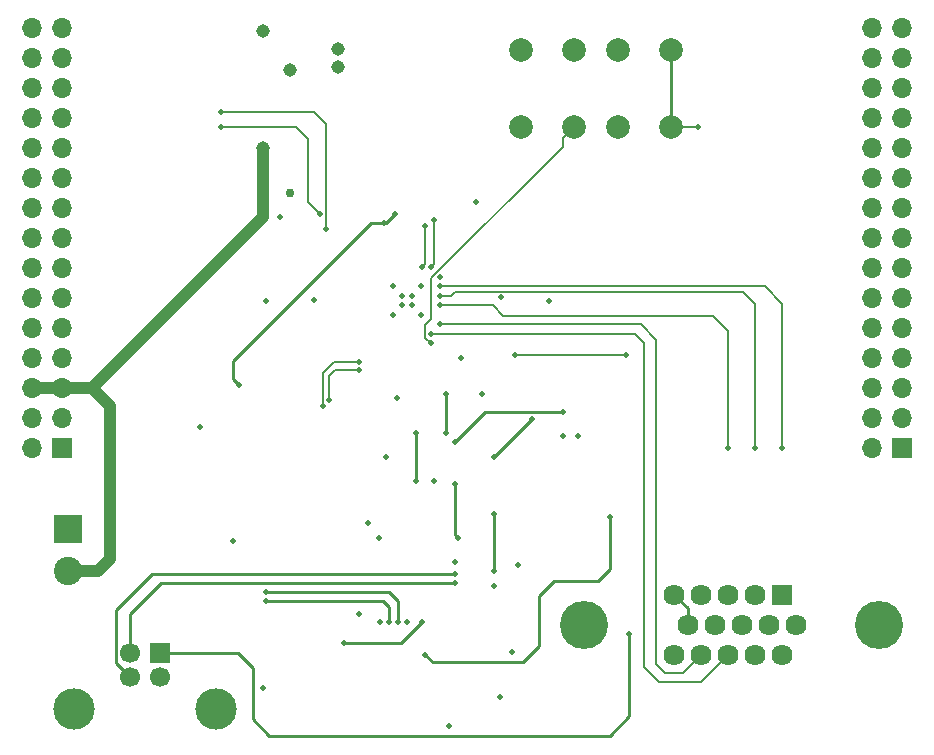
<source format=gbr>
G04 #@! TF.GenerationSoftware,KiCad,Pcbnew,(5.1.9-0-10_14)*
G04 #@! TF.CreationDate,2021-04-14T19:06:18-04:00*
G04 #@! TF.ProjectId,delux pet on a chip,64656c75-7820-4706-9574-206f6e206120,rev?*
G04 #@! TF.SameCoordinates,Original*
G04 #@! TF.FileFunction,Copper,L4,Bot*
G04 #@! TF.FilePolarity,Positive*
%FSLAX46Y46*%
G04 Gerber Fmt 4.6, Leading zero omitted, Abs format (unit mm)*
G04 Created by KiCad (PCBNEW (5.1.9-0-10_14)) date 2021-04-14 19:06:18*
%MOMM*%
%LPD*%
G01*
G04 APERTURE LIST*
G04 #@! TA.AperFunction,ComponentPad*
%ADD10R,1.700000X1.700000*%
G04 #@! TD*
G04 #@! TA.AperFunction,ComponentPad*
%ADD11O,1.700000X1.700000*%
G04 #@! TD*
G04 #@! TA.AperFunction,ComponentPad*
%ADD12C,3.500000*%
G04 #@! TD*
G04 #@! TA.AperFunction,ComponentPad*
%ADD13C,1.700000*%
G04 #@! TD*
G04 #@! TA.AperFunction,ComponentPad*
%ADD14C,2.000000*%
G04 #@! TD*
G04 #@! TA.AperFunction,ComponentPad*
%ADD15R,2.400000X2.400000*%
G04 #@! TD*
G04 #@! TA.AperFunction,ComponentPad*
%ADD16C,2.400000*%
G04 #@! TD*
G04 #@! TA.AperFunction,ComponentPad*
%ADD17C,4.065999*%
G04 #@! TD*
G04 #@! TA.AperFunction,ComponentPad*
%ADD18C,1.785000*%
G04 #@! TD*
G04 #@! TA.AperFunction,ComponentPad*
%ADD19R,1.785000X1.785000*%
G04 #@! TD*
G04 #@! TA.AperFunction,ViaPad*
%ADD20C,0.508000*%
G04 #@! TD*
G04 #@! TA.AperFunction,ViaPad*
%ADD21C,1.143000*%
G04 #@! TD*
G04 #@! TA.AperFunction,ViaPad*
%ADD22C,0.762000*%
G04 #@! TD*
G04 #@! TA.AperFunction,Conductor*
%ADD23C,0.254000*%
G04 #@! TD*
G04 #@! TA.AperFunction,Conductor*
%ADD24C,0.127000*%
G04 #@! TD*
G04 #@! TA.AperFunction,Conductor*
%ADD25C,1.016000*%
G04 #@! TD*
G04 APERTURE END LIST*
D10*
X151130000Y-125730000D03*
D11*
X148590000Y-125730000D03*
X151130000Y-123190000D03*
X148590000Y-123190000D03*
X151130000Y-120650000D03*
X148590000Y-120650000D03*
X151130000Y-118110000D03*
X148590000Y-118110000D03*
X151130000Y-115570000D03*
X148590000Y-115570000D03*
X151130000Y-113030000D03*
X148590000Y-113030000D03*
X151130000Y-110490000D03*
X148590000Y-110490000D03*
X151130000Y-107950000D03*
X148590000Y-107950000D03*
X151130000Y-105410000D03*
X148590000Y-105410000D03*
X151130000Y-102870000D03*
X148590000Y-102870000D03*
X151130000Y-100330000D03*
X148590000Y-100330000D03*
X151130000Y-97790000D03*
X148590000Y-97790000D03*
X151130000Y-95250000D03*
X148590000Y-95250000D03*
X151130000Y-92710000D03*
X148590000Y-92710000D03*
X151130000Y-90170000D03*
X148590000Y-90170000D03*
X77470000Y-90170000D03*
X80010000Y-90170000D03*
X77470000Y-92710000D03*
X80010000Y-92710000D03*
X77470000Y-95250000D03*
X80010000Y-95250000D03*
X77470000Y-97790000D03*
X80010000Y-97790000D03*
X77470000Y-100330000D03*
X80010000Y-100330000D03*
X77470000Y-102870000D03*
X80010000Y-102870000D03*
X77470000Y-105410000D03*
X80010000Y-105410000D03*
X77470000Y-107950000D03*
X80010000Y-107950000D03*
X77470000Y-110490000D03*
X80010000Y-110490000D03*
X77470000Y-113030000D03*
X80010000Y-113030000D03*
X77470000Y-115570000D03*
X80010000Y-115570000D03*
X77470000Y-118110000D03*
X80010000Y-118110000D03*
X77470000Y-120650000D03*
X80010000Y-120650000D03*
X77470000Y-123190000D03*
X80010000Y-123190000D03*
X77470000Y-125730000D03*
D10*
X80010000Y-125730000D03*
D12*
X80995000Y-147864400D03*
X93035000Y-147864400D03*
D13*
X88265000Y-145154400D03*
X85765000Y-145154400D03*
X85765000Y-143154400D03*
D10*
X88265000Y-143154400D03*
D14*
X123372000Y-98552000D03*
X118872000Y-98552000D03*
X123372000Y-92052000D03*
X118872000Y-92052000D03*
D15*
X80518000Y-132644000D03*
D16*
X80518000Y-136144000D03*
D17*
X149147000Y-140716000D03*
X124157000Y-140716000D03*
D18*
X131822000Y-143256000D03*
X134112000Y-143256000D03*
X136402000Y-143256000D03*
X138692000Y-143256000D03*
X140982000Y-143256000D03*
X132967000Y-140716000D03*
X135257000Y-140716000D03*
X137547000Y-140716000D03*
X139837000Y-140716000D03*
X142127000Y-140716000D03*
X131822000Y-138176000D03*
X134112000Y-138176000D03*
X136402000Y-138176000D03*
X138692000Y-138176000D03*
D19*
X140982000Y-138176000D03*
D14*
X131572000Y-98552000D03*
X127072000Y-98552000D03*
X131572000Y-92052000D03*
X127072000Y-92052000D03*
D20*
X107442000Y-126492000D03*
X106934000Y-140462000D03*
X117056500Y-146875000D03*
X106820000Y-133394000D03*
X116586000Y-137414000D03*
X122428000Y-124714000D03*
X108813600Y-113665000D03*
X109626400Y-112877600D03*
X108813600Y-112877600D03*
X109626400Y-113690400D03*
X101285683Y-113223683D03*
X98465192Y-106218559D03*
X94488000Y-133604000D03*
D21*
X97028000Y-90424000D03*
X103378000Y-93472000D03*
D20*
X97028000Y-146050000D03*
X117154317Y-112969683D03*
X108330000Y-121540000D03*
X111506000Y-128524000D03*
X105918000Y-132080000D03*
X109220000Y-140462000D03*
X105156000Y-139851914D03*
X112742000Y-149318000D03*
X118618000Y-135636000D03*
X123672500Y-124739500D03*
X113284000Y-135382000D03*
X118110000Y-143002000D03*
X113792000Y-118110000D03*
D22*
X99314000Y-104140000D03*
D20*
X91694000Y-123952000D03*
X108026848Y-114477152D03*
X108026848Y-112090848D03*
X110413152Y-112090848D03*
X110413152Y-114477152D03*
X97282000Y-113284000D03*
D21*
X99314000Y-93759000D03*
X103378000Y-91948000D03*
D20*
X115062000Y-104902000D03*
X121182212Y-113342327D03*
X112020001Y-111297817D03*
X108204000Y-105918000D03*
X94996000Y-120396000D03*
X107213400Y-106680000D03*
X113284000Y-137160000D03*
X113284000Y-136398000D03*
X116586000Y-136144000D03*
X116586000Y-131318000D03*
X110490000Y-140462000D03*
X103886000Y-142240000D03*
X113538000Y-133350000D03*
X113284000Y-128778000D03*
X113284000Y-125222000D03*
X122428000Y-122682000D03*
X112522000Y-124460000D03*
X112522000Y-121158000D03*
X115570000Y-121158000D03*
X111206184Y-116884000D03*
X109982000Y-128524000D03*
X109982000Y-124460000D03*
X97282000Y-137922000D03*
X108458000Y-140462000D03*
X97282000Y-138684000D03*
X107696000Y-140462000D03*
X116586000Y-126492000D03*
X119761010Y-123316990D03*
X105156000Y-119126000D03*
X102616000Y-121666000D03*
X102108000Y-122174000D03*
X105156000Y-118490987D03*
X111233817Y-116084000D03*
X112020000Y-115297817D03*
X112020000Y-112097816D03*
X140970000Y-125730000D03*
X112020001Y-112897817D03*
X138684000Y-125730000D03*
X112020001Y-113697816D03*
X136398000Y-125730000D03*
D21*
X97014000Y-100330000D03*
D20*
X93472000Y-98552000D03*
X101853999Y-105917999D03*
X102363310Y-107213510D03*
X93472000Y-97282000D03*
X110433816Y-110484000D03*
X110744000Y-106934000D03*
X111233816Y-110483999D03*
X111506000Y-106426000D03*
X118364000Y-117856000D03*
X127762000Y-117856000D03*
X133858000Y-98552000D03*
X128016000Y-141478000D03*
X110744000Y-143256000D03*
X126365000Y-131572000D03*
D23*
X132967000Y-139321000D02*
X131822000Y-138176000D01*
X132967000Y-140716000D02*
X132967000Y-139321000D01*
X108204000Y-105918000D02*
X107442000Y-106680000D01*
X107442000Y-106680000D02*
X106172000Y-106680000D01*
X106172000Y-106680000D02*
X94488000Y-118364000D01*
X94488000Y-119888000D02*
X94996000Y-120396000D01*
X94488000Y-118364000D02*
X94488000Y-119888000D01*
X88392000Y-137160000D02*
X85765000Y-139787000D01*
X113284000Y-137160000D02*
X88392000Y-137160000D01*
X85765000Y-139787000D02*
X85765000Y-143154400D01*
X85090000Y-138938000D02*
X84582000Y-139446000D01*
X87630000Y-136398000D02*
X85090000Y-138938000D01*
X113284000Y-136398000D02*
X87630000Y-136398000D01*
X85765000Y-145154400D02*
X84582000Y-143971400D01*
X84582000Y-143971400D02*
X84582000Y-139446000D01*
X116586000Y-136144000D02*
X116586000Y-131318000D01*
X108712000Y-142240000D02*
X110490000Y-140462000D01*
X103886000Y-142240000D02*
X108712000Y-142240000D01*
X113284000Y-133096000D02*
X113538000Y-133350000D01*
X113284000Y-128778000D02*
X113284000Y-133096000D01*
X115823999Y-122682001D02*
X113284000Y-125222000D01*
X121920001Y-122682001D02*
X115823999Y-122682001D01*
X122428000Y-122682000D02*
X121920001Y-122682001D01*
X112522000Y-124460000D02*
X112522000Y-121412000D01*
X112522000Y-121412000D02*
X112522000Y-121158000D01*
D24*
X111206184Y-116884000D02*
X110744000Y-116421816D01*
X110744000Y-116421816D02*
X110744000Y-115316000D01*
X110744000Y-115316000D02*
X111252000Y-114808000D01*
X111252000Y-111407956D02*
X122372001Y-100287955D01*
X111252000Y-114808000D02*
X111252000Y-111407956D01*
X122372001Y-100287955D02*
X122372001Y-99551999D01*
X122372001Y-99551999D02*
X123372000Y-98552000D01*
D23*
X109982000Y-128524000D02*
X109982000Y-124460000D01*
X97282000Y-137922000D02*
X107696000Y-137922000D01*
X107696000Y-137922000D02*
X108458000Y-138684000D01*
X108458000Y-138684000D02*
X108458000Y-140462000D01*
X97282000Y-138684000D02*
X106934000Y-138684000D01*
X106934000Y-138684000D02*
X107188000Y-138684000D01*
X107696000Y-139192000D02*
X107696000Y-140462000D01*
X107188000Y-138684000D02*
X107696000Y-139192000D01*
X119661794Y-123416206D02*
X116586000Y-126492000D01*
X119761010Y-123316990D02*
X119661794Y-123416206D01*
D24*
X103124000Y-119126000D02*
X105156000Y-119126000D01*
X102616000Y-119634000D02*
X103124000Y-119126000D01*
X102616000Y-121666000D02*
X102616000Y-119634000D01*
X102997013Y-118490987D02*
X105156000Y-118490987D01*
X102108000Y-119380000D02*
X102997013Y-118490987D01*
X102108000Y-122174000D02*
X102108000Y-119380000D01*
X134116000Y-145542000D02*
X136402000Y-143256000D01*
X129286000Y-144272000D02*
X130556000Y-145542000D01*
X129286000Y-116840000D02*
X129286000Y-144272000D01*
X128524000Y-116078000D02*
X129286000Y-116840000D01*
X130556000Y-145542000D02*
X134116000Y-145542000D01*
X111233817Y-116084000D02*
X128524000Y-116078000D01*
X129013817Y-115297817D02*
X112020000Y-115297817D01*
X131064000Y-144780000D02*
X130302000Y-144018000D01*
X130302000Y-144018000D02*
X130302000Y-116586000D01*
X132588000Y-144780000D02*
X131064000Y-144780000D01*
X130302000Y-116586000D02*
X129013817Y-115297817D01*
X134112000Y-143256000D02*
X132588000Y-144780000D01*
X140970000Y-125370790D02*
X140970000Y-125730000D01*
X140970000Y-113538000D02*
X140970000Y-125370790D01*
X139529816Y-112097816D02*
X140970000Y-113538000D01*
X112020000Y-112097816D02*
X139529816Y-112097816D01*
X138684000Y-125730000D02*
X138684000Y-122682000D01*
X112020001Y-112897817D02*
X112897817Y-112897817D01*
X112897817Y-112897817D02*
X113273634Y-112522000D01*
X113273634Y-112522000D02*
X137668000Y-112522000D01*
X138684000Y-113538000D02*
X138684000Y-122682000D01*
X137668000Y-112522000D02*
X138684000Y-113538000D01*
X135128000Y-114554000D02*
X117348000Y-114554000D01*
X116491816Y-113697816D02*
X112020001Y-113697816D01*
X136398000Y-115824000D02*
X135128000Y-114554000D01*
X136398000Y-125730000D02*
X136398000Y-115824000D01*
X117348000Y-114554000D02*
X116491816Y-113697816D01*
D25*
X97014000Y-103900000D02*
X97014000Y-104662000D01*
X97014000Y-100330000D02*
X97014000Y-103900000D01*
X82550000Y-120650000D02*
X80010000Y-120650000D01*
X84074000Y-122174000D02*
X82550000Y-120650000D01*
X84074000Y-135128000D02*
X84074000Y-122174000D01*
X83058000Y-136144000D02*
X84074000Y-135128000D01*
X80518000Y-136144000D02*
X83058000Y-136144000D01*
X80010000Y-120650000D02*
X77470000Y-120650000D01*
X97014000Y-105424000D02*
X97014000Y-103900000D01*
X97014000Y-106186000D02*
X97014000Y-105424000D01*
X82550000Y-120650000D02*
X97014000Y-106186000D01*
D24*
X101601180Y-105665180D02*
X101853999Y-105917999D01*
X100838000Y-104902000D02*
X100838000Y-99568000D01*
X99822000Y-98552000D02*
X93472000Y-98552000D01*
X100838000Y-99568000D02*
X99822000Y-98552000D01*
X101853999Y-105917999D02*
X100838000Y-104902000D01*
X102363310Y-107213510D02*
X102363310Y-103125310D01*
X93472000Y-97282000D02*
X101346000Y-97282000D01*
X102363310Y-98299310D02*
X102363310Y-103125310D01*
X101346000Y-97282000D02*
X102363310Y-98299310D01*
X110744000Y-110173816D02*
X110744000Y-106934000D01*
X110433816Y-110484000D02*
X110744000Y-110173816D01*
X111506000Y-110211815D02*
X111506000Y-106426000D01*
X111233816Y-110483999D02*
X111506000Y-110211815D01*
X118364000Y-117856000D02*
X127762000Y-117856000D01*
D23*
X131572000Y-98552000D02*
X131572000Y-92052000D01*
D24*
X133858000Y-98552000D02*
X131572000Y-98552000D01*
D23*
X88265000Y-143154400D02*
X94894400Y-143154400D01*
X94894400Y-143154400D02*
X96139000Y-144399000D01*
X96139000Y-144399000D02*
X96139000Y-148717000D01*
X96139000Y-148717000D02*
X97536000Y-150114000D01*
X97536000Y-150114000D02*
X125603000Y-150114000D01*
X125603000Y-150114000D02*
X126365000Y-150114000D01*
X126365000Y-150114000D02*
X128016000Y-148463000D01*
X128016000Y-148463000D02*
X128016000Y-141478000D01*
X111379000Y-143891000D02*
X110744000Y-143256000D01*
X118999000Y-143891000D02*
X111379000Y-143891000D01*
X120396000Y-142494000D02*
X118999000Y-143891000D01*
X120396000Y-138303000D02*
X120396000Y-142494000D01*
X121666000Y-137033000D02*
X120396000Y-138303000D01*
X125349000Y-137033000D02*
X121666000Y-137033000D01*
X126365000Y-136017000D02*
X125349000Y-137033000D01*
X126365000Y-131572000D02*
X126365000Y-136017000D01*
M02*

</source>
